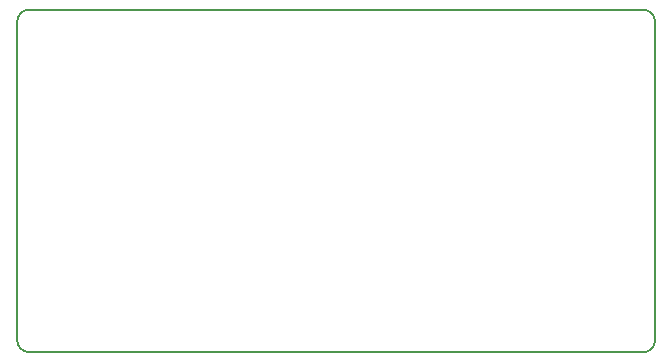
<source format=gbr>
%TF.GenerationSoftware,KiCad,Pcbnew,(6.0.7)*%
%TF.CreationDate,2022-10-19T13:05:16-04:00*%
%TF.ProjectId,PCB,5043422e-6b69-4636-9164-5f7063625858,rev?*%
%TF.SameCoordinates,Original*%
%TF.FileFunction,Profile,NP*%
%FSLAX46Y46*%
G04 Gerber Fmt 4.6, Leading zero omitted, Abs format (unit mm)*
G04 Created by KiCad (PCBNEW (6.0.7)) date 2022-10-19 13:05:16*
%MOMM*%
%LPD*%
G01*
G04 APERTURE LIST*
%TA.AperFunction,Profile*%
%ADD10C,0.200000*%
%TD*%
G04 APERTURE END LIST*
D10*
X245649999Y-119199999D02*
X245650000Y-92160000D01*
X244649999Y-120199999D02*
G75*
G03*
X245649999Y-119199999I1J999999D01*
G01*
X192650000Y-91200000D02*
G75*
G03*
X191650000Y-92200000I0J-1000000D01*
G01*
X192650000Y-120200000D02*
X244649999Y-120199999D01*
X245649968Y-92160001D02*
G75*
G03*
X244650000Y-91200000I-999968J-40799D01*
G01*
X191650000Y-119200000D02*
G75*
G03*
X192650000Y-120200000I1000000J0D01*
G01*
X244650000Y-91200000D02*
X192650000Y-91200000D01*
X191650000Y-92200000D02*
X191650000Y-119200000D01*
M02*

</source>
